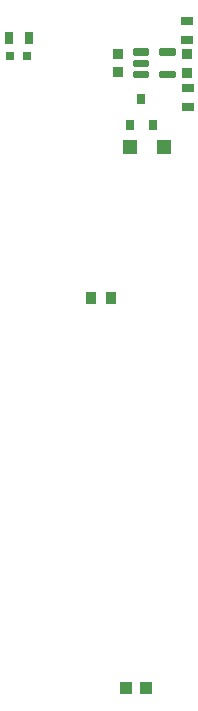
<source format=gtp>
G04 EAGLE Gerber RS-274X export*
G75*
%MOMM*%
%FSLAX34Y34*%
%LPD*%
%INSolderpaste Top*%
%IPPOS*%
%AMOC8*
5,1,8,0,0,1.08239X$1,22.5*%
G01*
%ADD10R,0.935400X1.011200*%
%ADD11R,0.853800X1.011200*%
%ADD12C,0.298900*%
%ADD13R,0.970200X0.920900*%
%ADD14R,1.250000X1.220000*%
%ADD15R,0.800000X0.950000*%
%ADD16R,0.973900X0.798700*%
%ADD17R,0.798700X0.973900*%
%ADD18R,0.800000X0.800000*%
%ADD19R,1.100000X1.000000*%


D10*
X97820Y351370D03*
D11*
X81612Y351370D03*
D12*
X118494Y561056D02*
X129106Y561056D01*
X129106Y557944D01*
X118494Y557944D01*
X118494Y561056D01*
X118494Y560784D02*
X129106Y560784D01*
X129106Y551556D02*
X118494Y551556D01*
X129106Y551556D02*
X129106Y548444D01*
X118494Y548444D01*
X118494Y551556D01*
X118494Y551284D02*
X129106Y551284D01*
X129106Y542056D02*
X118494Y542056D01*
X129106Y542056D02*
X129106Y538944D01*
X118494Y538944D01*
X118494Y542056D01*
X118494Y541784D02*
X129106Y541784D01*
X140894Y538944D02*
X151506Y538944D01*
X140894Y538944D02*
X140894Y542056D01*
X151506Y542056D01*
X151506Y538944D01*
X151506Y541784D02*
X140894Y541784D01*
X140894Y557944D02*
X151506Y557944D01*
X140894Y557944D02*
X140894Y561056D01*
X151506Y561056D01*
X151506Y557944D01*
X151506Y560784D02*
X140894Y560784D01*
D13*
X162800Y542154D03*
X162800Y557646D03*
X104400Y542754D03*
X104400Y558246D03*
D14*
X143450Y478800D03*
X113950Y478800D03*
D15*
X114400Y498000D03*
X133400Y498000D03*
X123900Y520000D03*
D16*
X163300Y513048D03*
X163300Y529352D03*
X162800Y569348D03*
X162800Y585652D03*
D17*
X12248Y571500D03*
X28552Y571500D03*
D18*
X27400Y556500D03*
X12400Y556500D03*
D19*
X127700Y21000D03*
X110700Y21000D03*
M02*

</source>
